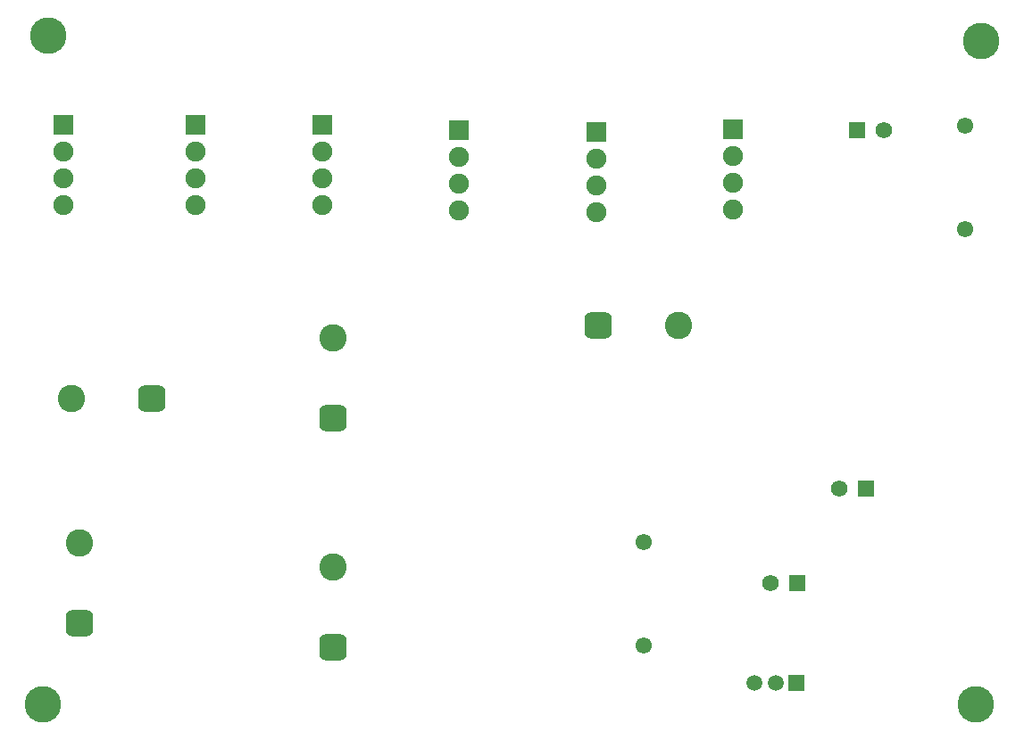
<source format=gts>
G04*
G04 #@! TF.GenerationSoftware,Altium Limited,Altium Designer,22.1.2 (22)*
G04*
G04 Layer_Color=8388736*
%FSLAX25Y25*%
%MOIN*%
G70*
G04*
G04 #@! TF.SameCoordinates,D2A74ED6-6853-450D-875C-18D0DEDCCFCE*
G04*
G04*
G04 #@! TF.FilePolarity,Negative*
G04*
G01*
G75*
G04:AMPARAMS|DCode=14|XSize=102.49mil|YSize=102.49mil|CornerRadius=27.62mil|HoleSize=0mil|Usage=FLASHONLY|Rotation=0.000|XOffset=0mil|YOffset=0mil|HoleType=Round|Shape=RoundedRectangle|*
%AMROUNDEDRECTD14*
21,1,0.10249,0.04724,0,0,0.0*
21,1,0.04724,0.10249,0,0,0.0*
1,1,0.05524,0.02362,-0.02362*
1,1,0.05524,-0.02362,-0.02362*
1,1,0.05524,-0.02362,0.02362*
1,1,0.05524,0.02362,0.02362*
%
%ADD14ROUNDEDRECTD14*%
%ADD15C,0.10249*%
G04:AMPARAMS|DCode=16|XSize=102.49mil|YSize=102.49mil|CornerRadius=27.62mil|HoleSize=0mil|Usage=FLASHONLY|Rotation=90.000|XOffset=0mil|YOffset=0mil|HoleType=Round|Shape=RoundedRectangle|*
%AMROUNDEDRECTD16*
21,1,0.10249,0.04724,0,0,90.0*
21,1,0.04724,0.10249,0,0,90.0*
1,1,0.05524,0.02362,0.02362*
1,1,0.05524,0.02362,-0.02362*
1,1,0.05524,-0.02362,-0.02362*
1,1,0.05524,-0.02362,0.02362*
%
%ADD16ROUNDEDRECTD16*%
%ADD17R,0.07493X0.07493*%
%ADD18C,0.07493*%
%ADD19C,0.06181*%
%ADD20R,0.06181X0.06181*%
%ADD21C,0.06115*%
%ADD22C,0.05918*%
%ADD23R,0.05918X0.05918*%
%ADD24C,0.13674*%
D14*
X225158Y157480D02*
D03*
X58307Y129921D02*
D03*
D15*
X255158Y157480D02*
D03*
X125984Y66929D02*
D03*
X28307Y129921D02*
D03*
X31496Y76024D02*
D03*
X125984Y152796D02*
D03*
D16*
X125984Y36929D02*
D03*
X31496Y46024D02*
D03*
X125984Y122796D02*
D03*
D17*
X173228Y230472D02*
D03*
X122047Y232441D02*
D03*
X275591Y230630D02*
D03*
X74803Y232441D02*
D03*
X224410Y229567D02*
D03*
X25591Y232441D02*
D03*
D18*
X173228Y220472D02*
D03*
Y210472D02*
D03*
Y200472D02*
D03*
X122047Y222441D02*
D03*
Y212441D02*
D03*
Y202441D02*
D03*
X275591Y220630D02*
D03*
Y210630D02*
D03*
Y200630D02*
D03*
X74803Y222441D02*
D03*
Y212441D02*
D03*
Y202441D02*
D03*
X224410Y219567D02*
D03*
Y209567D02*
D03*
Y199567D02*
D03*
X25591Y222441D02*
D03*
Y212441D02*
D03*
Y202441D02*
D03*
D19*
X331772Y230315D02*
D03*
X289370Y61024D02*
D03*
X314961Y96457D02*
D03*
D20*
X321772Y230315D02*
D03*
X299370Y61024D02*
D03*
X324961Y96457D02*
D03*
D21*
X362205Y231890D02*
D03*
Y193307D02*
D03*
X242126Y37795D02*
D03*
Y76378D02*
D03*
D22*
X283465Y23622D02*
D03*
X291339D02*
D03*
D23*
X299213D02*
D03*
D24*
X17717Y15748D02*
D03*
X19685Y265748D02*
D03*
X368110Y263779D02*
D03*
X366142Y15748D02*
D03*
M02*

</source>
